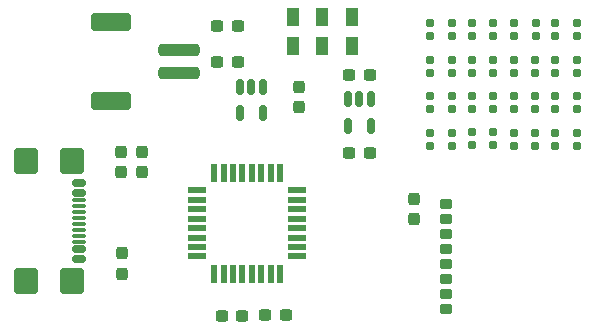
<source format=gbr>
%TF.GenerationSoftware,KiCad,Pcbnew,7.0.9*%
%TF.CreationDate,2024-02-03T21:53:43-08:00*%
%TF.ProjectId,Phorae_v1.0,50686f72-6165-45f7-9631-2e302e6b6963,rev?*%
%TF.SameCoordinates,Original*%
%TF.FileFunction,Paste,Top*%
%TF.FilePolarity,Positive*%
%FSLAX46Y46*%
G04 Gerber Fmt 4.6, Leading zero omitted, Abs format (unit mm)*
G04 Created by KiCad (PCBNEW 7.0.9) date 2024-02-03 21:53:43*
%MOMM*%
%LPD*%
G01*
G04 APERTURE LIST*
G04 Aperture macros list*
%AMRoundRect*
0 Rectangle with rounded corners*
0 $1 Rounding radius*
0 $2 $3 $4 $5 $6 $7 $8 $9 X,Y pos of 4 corners*
0 Add a 4 corners polygon primitive as box body*
4,1,4,$2,$3,$4,$5,$6,$7,$8,$9,$2,$3,0*
0 Add four circle primitives for the rounded corners*
1,1,$1+$1,$2,$3*
1,1,$1+$1,$4,$5*
1,1,$1+$1,$6,$7*
1,1,$1+$1,$8,$9*
0 Add four rect primitives between the rounded corners*
20,1,$1+$1,$2,$3,$4,$5,0*
20,1,$1+$1,$4,$5,$6,$7,0*
20,1,$1+$1,$6,$7,$8,$9,0*
20,1,$1+$1,$8,$9,$2,$3,0*%
G04 Aperture macros list end*
%ADD10RoundRect,0.150000X-0.150000X0.512500X-0.150000X-0.512500X0.150000X-0.512500X0.150000X0.512500X0*%
%ADD11RoundRect,0.237500X0.300000X0.237500X-0.300000X0.237500X-0.300000X-0.237500X0.300000X-0.237500X0*%
%ADD12RoundRect,0.175000X-0.175000X-0.175000X0.175000X-0.175000X0.175000X0.175000X-0.175000X0.175000X0*%
%ADD13RoundRect,0.237500X0.237500X-0.300000X0.237500X0.300000X-0.237500X0.300000X-0.237500X-0.300000X0*%
%ADD14RoundRect,0.237500X-0.237500X0.300000X-0.237500X-0.300000X0.237500X-0.300000X0.237500X0.300000X0*%
%ADD15R,1.000000X1.600000*%
%ADD16R,1.600000X0.550000*%
%ADD17R,0.550000X1.600000*%
%ADD18RoundRect,0.200000X-0.350000X-0.200000X0.350000X-0.200000X0.350000X0.200000X-0.350000X0.200000X0*%
%ADD19RoundRect,0.150000X-0.425000X0.150000X-0.425000X-0.150000X0.425000X-0.150000X0.425000X0.150000X0*%
%ADD20RoundRect,0.075000X-0.500000X0.075000X-0.500000X-0.075000X0.500000X-0.075000X0.500000X0.075000X0*%
%ADD21RoundRect,0.250000X-0.750000X0.840000X-0.750000X-0.840000X0.750000X-0.840000X0.750000X0.840000X0*%
%ADD22RoundRect,0.237500X-0.300000X-0.237500X0.300000X-0.237500X0.300000X0.237500X-0.300000X0.237500X0*%
%ADD23RoundRect,0.250000X-1.500000X0.250000X-1.500000X-0.250000X1.500000X-0.250000X1.500000X0.250000X0*%
%ADD24RoundRect,0.250001X-1.449999X0.499999X-1.449999X-0.499999X1.449999X-0.499999X1.449999X0.499999X0*%
G04 APERTURE END LIST*
D10*
%TO.C,U4*%
X72350000Y-75662500D03*
X71400000Y-75662500D03*
X70450000Y-75662500D03*
X70450000Y-77937500D03*
X72350000Y-77937500D03*
%TD*%
D11*
%TO.C,F1*%
X61112500Y-69500000D03*
X59387500Y-69500000D03*
%TD*%
D12*
%TO.C,D15*%
X87985000Y-79650000D03*
X89815000Y-79650000D03*
X89815000Y-78550000D03*
X87985000Y-78550000D03*
%TD*%
D13*
%TO.C,R1*%
X53000000Y-81862500D03*
X53000000Y-80137500D03*
%TD*%
%TO.C,C2*%
X51200000Y-81862500D03*
X51200000Y-80137500D03*
%TD*%
D12*
%TO.C,D2*%
X77395000Y-73450000D03*
X79225000Y-73450000D03*
X79225000Y-72350000D03*
X77395000Y-72350000D03*
%TD*%
D14*
%TO.C,R2*%
X51300000Y-88737500D03*
X51300000Y-90462500D03*
%TD*%
D11*
%TO.C,C1*%
X61112500Y-72500000D03*
X59387500Y-72500000D03*
%TD*%
D14*
%TO.C,C4*%
X76000000Y-84137500D03*
X76000000Y-85862500D03*
%TD*%
D12*
%TO.C,D13*%
X87985000Y-73450000D03*
X89815000Y-73450000D03*
X89815000Y-72350000D03*
X87985000Y-72350000D03*
%TD*%
%TO.C,D6*%
X80895000Y-76550000D03*
X82725000Y-76550000D03*
X82725000Y-75450000D03*
X80895000Y-75450000D03*
%TD*%
%TO.C,D8*%
X84495000Y-70350000D03*
X86325000Y-70350000D03*
X86325000Y-69250000D03*
X84495000Y-69250000D03*
%TD*%
D15*
%TO.C,SW1*%
X65750000Y-68750000D03*
X68250000Y-68750000D03*
X70750000Y-68750000D03*
X65750000Y-71150000D03*
X68250000Y-71150000D03*
X70750000Y-71150000D03*
%TD*%
D12*
%TO.C,D11*%
X84455000Y-79650000D03*
X86285000Y-79650000D03*
X86285000Y-78550000D03*
X84455000Y-78550000D03*
%TD*%
D16*
%TO.C,U1*%
X66150000Y-89000000D03*
X66150000Y-88200000D03*
X66150000Y-87400000D03*
X66150000Y-86600000D03*
X66150000Y-85800000D03*
X66150000Y-85000000D03*
X66150000Y-84200000D03*
X66150000Y-83400000D03*
D17*
X64700000Y-81950000D03*
X63900000Y-81950000D03*
X63100000Y-81950000D03*
X62300000Y-81950000D03*
X61500000Y-81950000D03*
X60700000Y-81950000D03*
X59900000Y-81950000D03*
X59100000Y-81950000D03*
D16*
X57650000Y-83400000D03*
X57650000Y-84200000D03*
X57650000Y-85000000D03*
X57650000Y-85800000D03*
X57650000Y-86600000D03*
X57650000Y-87400000D03*
X57650000Y-88200000D03*
X57650000Y-89000000D03*
D17*
X59100000Y-90450000D03*
X59900000Y-90450000D03*
X60700000Y-90450000D03*
X61500000Y-90450000D03*
X62300000Y-90450000D03*
X63100000Y-90450000D03*
X63900000Y-90450000D03*
X64700000Y-90450000D03*
%TD*%
D12*
%TO.C,D16*%
X77395000Y-79650000D03*
X79225000Y-79650000D03*
X79225000Y-78550000D03*
X77395000Y-78550000D03*
%TD*%
D10*
%TO.C,U3*%
X63200000Y-74612500D03*
X62250000Y-74612500D03*
X61300000Y-74612500D03*
X61300000Y-76887500D03*
X63200000Y-76887500D03*
%TD*%
D18*
%TO.C,U2*%
X78700000Y-85825000D03*
X78700000Y-84555000D03*
X78700000Y-87095000D03*
X78700000Y-88365000D03*
X78700000Y-89635000D03*
X78700000Y-90905000D03*
X78700000Y-92175000D03*
X78700000Y-93445000D03*
%TD*%
D13*
%TO.C,R3*%
X66250000Y-76362500D03*
X66250000Y-74637500D03*
%TD*%
D12*
%TO.C,D4*%
X80895000Y-70350000D03*
X82725000Y-70350000D03*
X82725000Y-69250000D03*
X80895000Y-69250000D03*
%TD*%
D19*
%TO.C,J1*%
X47680000Y-82800000D03*
X47680000Y-83600000D03*
D20*
X47680000Y-84750000D03*
X47680000Y-85750000D03*
X47680000Y-86250000D03*
X47680000Y-87250000D03*
D19*
X47680000Y-88400000D03*
X47680000Y-89200000D03*
X47680000Y-89200000D03*
X47680000Y-88400000D03*
D20*
X47680000Y-87750000D03*
X47680000Y-86750000D03*
X47680000Y-85250000D03*
X47680000Y-84250000D03*
D19*
X47680000Y-83600000D03*
X47680000Y-82800000D03*
D21*
X47105000Y-80890000D03*
X43175000Y-80890000D03*
X47105000Y-91110000D03*
X43175000Y-91110000D03*
%TD*%
D12*
%TO.C,D3*%
X77395000Y-76550000D03*
X79225000Y-76550000D03*
X79225000Y-75450000D03*
X77395000Y-75450000D03*
%TD*%
D22*
%TO.C,C8*%
X70537500Y-73600000D03*
X72262500Y-73600000D03*
%TD*%
D11*
%TO.C,C3*%
X72262500Y-80200000D03*
X70537500Y-80200000D03*
%TD*%
D12*
%TO.C,D1*%
X77395000Y-70350000D03*
X79225000Y-70350000D03*
X79225000Y-69250000D03*
X77395000Y-69250000D03*
%TD*%
D22*
%TO.C,C5*%
X59737500Y-94000000D03*
X61462500Y-94000000D03*
%TD*%
D12*
%TO.C,D10*%
X84455000Y-76550000D03*
X86285000Y-76550000D03*
X86285000Y-75450000D03*
X84455000Y-75450000D03*
%TD*%
%TO.C,D12*%
X87995000Y-70350000D03*
X89825000Y-70350000D03*
X89825000Y-69250000D03*
X87995000Y-69250000D03*
%TD*%
D22*
%TO.C,C6*%
X63437500Y-93950000D03*
X65162500Y-93950000D03*
%TD*%
D12*
%TO.C,D9*%
X84455000Y-73450000D03*
X86285000Y-73450000D03*
X86285000Y-72350000D03*
X84455000Y-72350000D03*
%TD*%
%TO.C,D7*%
X80910000Y-79600000D03*
X82740000Y-79600000D03*
X82740000Y-78500000D03*
X80910000Y-78500000D03*
%TD*%
%TO.C,D14*%
X87985000Y-76550000D03*
X89815000Y-76550000D03*
X89815000Y-75450000D03*
X87985000Y-75450000D03*
%TD*%
%TO.C,D5*%
X80895000Y-73450000D03*
X82725000Y-73450000D03*
X82725000Y-72350000D03*
X80895000Y-72350000D03*
%TD*%
D23*
%TO.C,J2*%
X56100000Y-71500000D03*
X56100000Y-73500000D03*
D24*
X50350000Y-69150000D03*
X50350000Y-75850000D03*
%TD*%
M02*

</source>
